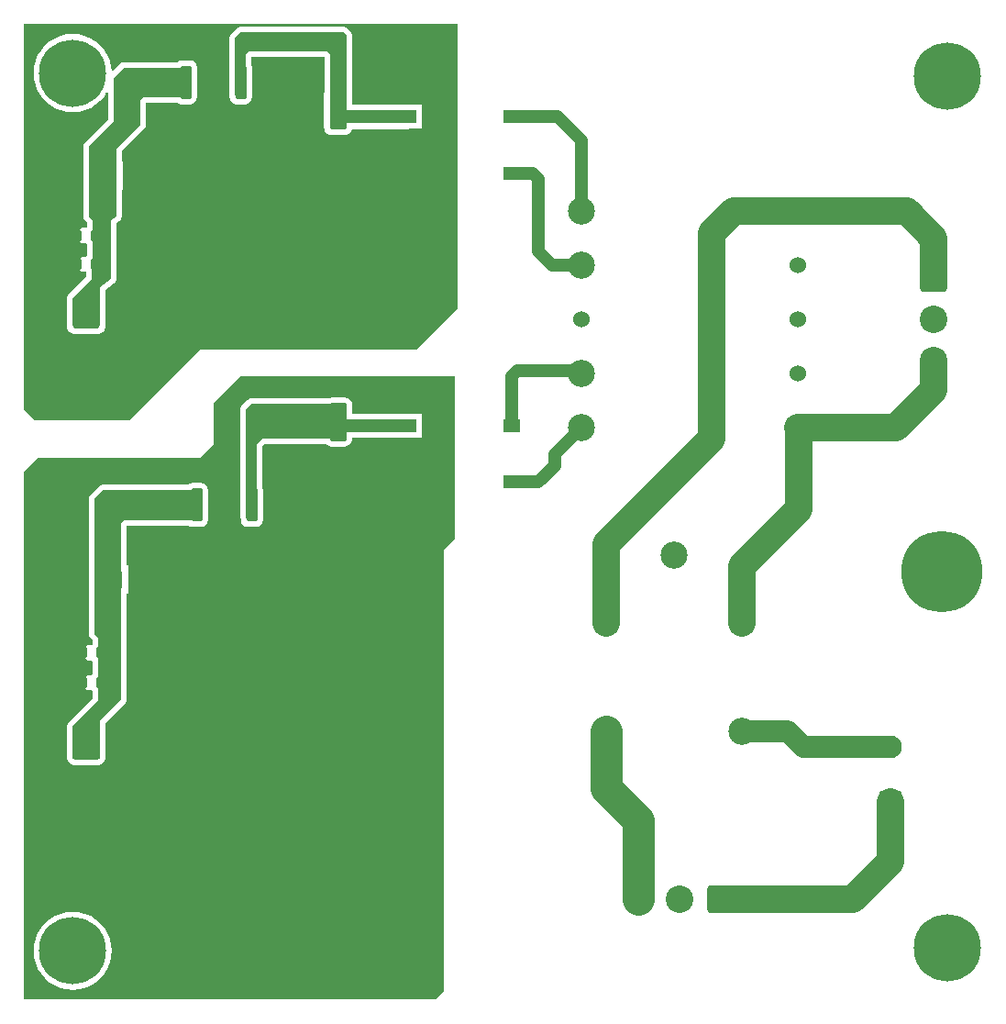
<source format=gtl>
%FSLAX23Y23*%
%MOMM*%
%SFA1B1*%

%IPPOS*%
%AMD10*
4,1,8,-0.508000,1.397000,-0.508000,-1.397000,-0.381000,-1.524000,0.381000,-1.524000,0.508000,-1.397000,0.508000,1.397000,0.381000,1.524000,-0.381000,1.524000,-0.508000,1.397000,0.0*
1,1,0.254000,-0.381000,1.397000*
1,1,0.254000,-0.381000,-1.397000*
1,1,0.254000,0.381000,-1.397000*
1,1,0.254000,0.381000,1.397000*
%
%AMD11*
4,1,8,-5.334000,3.141980,-5.334000,-3.141980,-4.284980,-4.191000,4.284980,-4.191000,5.334000,-3.141980,5.334000,3.141980,4.284980,4.191000,-4.284980,4.191000,-5.334000,3.141980,0.0*
1,1,2.096000,-4.284980,3.141980*
1,1,2.096000,-4.284980,-3.141980*
1,1,2.096000,4.284980,-3.141980*
1,1,2.096000,4.284980,3.141980*
%
%AMD12*
4,1,8,0.449580,-0.386080,0.449580,0.386080,0.337820,0.500380,-0.337820,0.500380,-0.449580,0.386080,-0.449580,-0.386080,-0.337820,-0.500380,0.337820,-0.500380,0.449580,-0.386080,0.0*
1,1,0.226000,0.337820,-0.386080*
1,1,0.226000,0.337820,0.386080*
1,1,0.226000,-0.337820,0.386080*
1,1,0.226000,-0.337820,-0.386080*
%
%AMD14*
4,1,8,-0.800100,1.549400,-0.800100,-1.549400,-0.599440,-1.750060,0.599440,-1.750060,0.800100,-1.549400,0.800100,1.549400,0.599440,1.750060,-0.599440,1.750060,-0.800100,1.549400,0.0*
1,1,0.400000,-0.599440,1.549400*
1,1,0.400000,-0.599440,-1.549400*
1,1,0.400000,0.599440,-1.549400*
1,1,0.400000,0.599440,1.549400*
%
%AMD22*
4,1,8,-0.952500,-1.270000,0.952500,-1.270000,1.270000,-0.952500,1.270000,0.952500,0.952500,1.270000,-0.952500,1.270000,-1.270000,0.952500,-1.270000,-0.952500,-0.952500,-1.270000,0.0*
1,1,0.636000,-0.952500,-0.952500*
1,1,0.636000,0.952500,-0.952500*
1,1,0.636000,0.952500,0.952500*
1,1,0.636000,-0.952500,0.952500*
%
%AMD23*
4,1,8,-1.270000,0.952500,-1.270000,-0.952500,-0.952500,-1.270000,0.952500,-1.270000,1.270000,-0.952500,1.270000,0.952500,0.952500,1.270000,-0.952500,1.270000,-1.270000,0.952500,0.0*
1,1,0.636000,-0.952500,0.952500*
1,1,0.636000,-0.952500,-0.952500*
1,1,0.636000,0.952500,-0.952500*
1,1,0.636000,0.952500,0.952500*
%
%AMD28*
4,1,8,-1.049020,0.787400,-1.049020,-0.787400,-0.787400,-1.049020,0.787400,-1.049020,1.049020,-0.787400,1.049020,0.787400,0.787400,1.049020,-0.787400,1.049020,-1.049020,0.787400,0.0*
1,1,0.526000,-0.787400,0.787400*
1,1,0.526000,-0.787400,-0.787400*
1,1,0.526000,0.787400,-0.787400*
1,1,0.526000,0.787400,0.787400*
%
G04~CAMADD=10~8~0.0~0.0~1200.0~400.0~50.0~0.0~15~0.0~0.0~0.0~0.0~0~0.0~0.0~0.0~0.0~0~0.0~0.0~0.0~90.0~400.0~1200.0*
%ADD10D10*%
G04~CAMADD=11~8~0.0~0.0~3300.0~4200.0~412.6~0.0~15~0.0~0.0~0.0~0.0~0~0.0~0.0~0.0~0.0~0~0.0~0.0~0.0~90.0~4200.0~3300.0*
%ADD11D11*%
G04~CAMADD=12~8~0.0~0.0~393.7~354.3~44.5~0.0~15~0.0~0.0~0.0~0.0~0~0.0~0.0~0.0~0.0~0~0.0~0.0~0.0~270.0~354.0~394.0*
%ADD12D12*%
%ADD13R,1.519997X1.199998*%
G04~CAMADD=14~8~0.0~0.0~1378.0~629.9~78.7~0.0~15~0.0~0.0~0.0~0.0~0~0.0~0.0~0.0~0.0~0~0.0~0.0~0.0~90.0~630.0~1378.0*
%ADD14D14*%
%ADD15R,2.599995X1.599997*%
%ADD16C,1.199998*%
%ADD17C,2.499995*%
%ADD18C,2.999994*%
%ADD19C,1.999996*%
%ADD20C,7.499985*%
%ADD21C,2.539995*%
G04~CAMADD=22~8~0.0~0.0~1000.0~1000.0~125.2~0.0~15~0.0~0.0~0.0~0.0~0~0.0~0.0~0.0~0.0~0~0.0~0.0~0.0~180.0~1000.0~1000.0*
%ADD22D22*%
G04~CAMADD=23~8~0.0~0.0~1000.0~1000.0~125.2~0.0~15~0.0~0.0~0.0~0.0~0~0.0~0.0~0.0~0.0~0~0.0~0.0~0.0~90.0~1000.0~1000.0*
%ADD23D23*%
%ADD24C,6.199988*%
%ADD25C,2.499995*%
%ADD26C,1.523997*%
%ADD27C,2.099996*%
G04~CAMADD=28~8~0.0~0.0~826.8~826.8~103.5~0.0~15~0.0~0.0~0.0~0.0~0~0.0~0.0~0.0~0.0~0~0.0~0.0~0.0~90.0~826.0~826.0*
%ADD28D28*%
%ADD29C,0.799998*%
%LNdigitalpsu-1*%
%LPD*%
G36*
X42499Y73749D02*
Y66249D01*
X40749Y64499*
X38749Y62499*
X18749*
X12499Y56249*
X12249Y55999*
X3499*
X2499Y56999*
Y92499*
X42499*
Y73749*
G37*
G36*
X42249Y44999D02*
X41249Y43999D01*
Y4749*
Y3249*
X40499Y2499*
X2499*
Y36249*
Y51249*
X3749Y52499*
X18749*
X19999Y53749*
Y57499*
X22499Y59999*
X42249*
Y44999*
G37*
%LNdigitalpsu-2*%
%LPC*%
G36*
X32099Y58055D02*
X30899D01*
X30716Y58031*
X30663Y58009*
X23499*
X23304Y57970*
X23139Y57859*
X22639Y57359*
X22528Y57194*
X22489Y56999*
Y46999*
X22519Y46851*
Y46754*
X22567Y46509*
X22706Y46301*
X22913Y46163*
X23158Y46114*
X23920*
X24165Y46163*
X24372Y46301*
X24511Y46509*
X24559Y46754*
Y49548*
X24511Y49792*
X24509Y49795*
Y53538*
X24710Y53739*
X30414*
X30546Y53638*
X30716Y53567*
X30899Y53543*
X32099*
X32282Y53567*
X32452Y53638*
X32598Y53750*
X32710Y53896*
X32781Y54066*
X32805Y54249*
Y54340*
X37999*
X38071Y54349*
X39259*
Y56549*
X38071*
X37999Y56558*
X32805*
Y57349*
X32781Y57532*
X32710Y57702*
X32598Y57848*
X32452Y57960*
X32282Y58031*
X32099Y58055*
G37*
G36*
X6999Y10610D02*
X6434Y10566D01*
X5883Y10433*
X5360Y10217*
X4876Y9920*
X4446Y9552*
X4078Y9122*
X3781Y8638*
X3565Y8115*
X3432Y7564*
X3388Y6999*
X3432Y6434*
X3565Y5883*
X3781Y5360*
X4078Y4876*
X4446Y4446*
X4876Y4078*
X5360Y3781*
X5883Y3565*
X6434Y3432*
X6999Y3388*
X7564Y3432*
X8115Y3565*
X8638Y3781*
X9122Y4078*
X9552Y4446*
X9920Y4876*
X10217Y5360*
X10433Y5883*
X10566Y6434*
X10610Y6999*
X10566Y7564*
X10433Y8115*
X10217Y8638*
X9920Y9122*
X9552Y9552*
X9122Y9920*
X8638Y10217*
X8115Y10433*
X7564Y10566*
X6999Y10610*
G37*
G36*
X18840Y50187D02*
X18078D01*
X17833Y50138*
X17640Y50009*
X9749*
X9586Y49976*
X9554Y49970*
X9389Y49859*
X8639Y49109*
X8528Y48944*
X8489Y48749*
Y41749*
Y41249*
Y36249*
X8528Y36054*
X8639Y35889*
X8839Y35688*
Y35341*
X8820Y35328*
X8734Y35199*
X8349*
X8149Y34999*
Y33999*
X8349Y33799*
X8734*
X8820Y33670*
X8839Y33657*
Y32591*
X8820Y32578*
X8734Y32449*
X8349*
X8149Y32249*
Y31249*
X8349Y31049*
X8734*
X8820Y30920*
X8839Y30907*
Y30310*
X6639Y28109*
X6528Y27944*
X6489Y27749*
Y26988*
X6472Y26857*
Y24951*
X6489Y24820*
Y24749*
X6528Y24554*
X6639Y24389*
X6804Y24278*
X6841Y24271*
X6884Y24237*
X7083Y24155*
X7297Y24127*
X9202*
X9415Y24155*
X9614Y24237*
X9657Y24271*
X9694Y24278*
X9859Y24389*
X9970Y24554*
X10009Y24749*
Y24820*
X10026Y24951*
Y26857*
X10009Y26988*
Y28038*
X11859Y29889*
X11970Y30054*
X12009Y30249*
Y39949*
X12099*
Y42549*
X12009*
Y46239*
X17719*
X17833Y46163*
X18078Y46114*
X18840*
X19085Y46163*
X19292Y46301*
X19431Y46509*
X19479Y46754*
Y49548*
X19431Y49792*
X19292Y50000*
X19085Y50138*
X18840Y50187*
G37*
G36*
X31999Y92259D02*
X22499D01*
X22304Y92220*
X22139Y92109*
X21639Y91609*
X21528Y91444*
X21489Y91249*
Y85749*
X21498Y85705*
X21497Y85661*
X21517Y85609*
X21528Y85554*
X21553Y85517*
X21569Y85475*
X21607Y85435*
X21639Y85389*
X21655Y85377*
X21706Y85301*
X21913Y85163*
X22158Y85114*
X22920*
X23165Y85163*
X23372Y85301*
X23511Y85509*
X23559Y85754*
Y88548*
X23511Y88792*
X23509Y88795*
Y89489*
X30239*
Y86335*
X30217Y86282*
X30193Y86099*
Y82999*
X30217Y82816*
X30288Y82646*
X30400Y82500*
X30546Y82388*
X30716Y82317*
X30899Y82293*
X32099*
X32282Y82317*
X32452Y82388*
X32598Y82500*
X32710Y82646*
X32781Y82816*
X32784Y82840*
X37999*
X38071Y82849*
X39259*
Y85049*
X38071*
X37999Y85058*
X32805*
Y86099*
X32781Y86282*
X32759Y86335*
Y91499*
X32720Y91694*
X32609Y91859*
X32359Y92109*
X32194Y92220*
X31999Y92259*
G37*
G36*
X6999Y91610D02*
X6434Y91566D01*
X5883Y91433*
X5360Y91217*
X4876Y90920*
X4446Y90552*
X4078Y90122*
X3781Y89638*
X3565Y89115*
X3432Y88564*
X3388Y87999*
X3432Y87434*
X3565Y86883*
X3781Y86360*
X4078Y85876*
X4446Y85446*
X4876Y85078*
X5360Y84781*
X5883Y84565*
X6434Y84432*
X6999Y84388*
X7564Y84432*
X8115Y84565*
X8638Y84781*
X9122Y85078*
X9552Y85446*
X9920Y85876*
X10143Y86240*
X10239Y86212*
Y83710*
X8139Y81609*
X8028Y81444*
X7989Y81249*
Y78249*
Y77749*
Y74749*
X8028Y74554*
X8139Y74389*
X8339Y74188*
Y73841*
X8320Y73828*
X8234Y73699*
X7849*
X7649Y73499*
Y72499*
X7849Y72299*
X8234*
X8320Y72170*
X8339Y72157*
Y71191*
X8320Y71178*
X8234Y71049*
X7849*
X7649Y70849*
Y69849*
X7849Y69649*
X8234*
X8239Y69641*
Y69210*
X6639Y67609*
X6528Y67444*
X6489Y67249*
Y66738*
X6472Y66606*
Y64701*
X6500Y64488*
X6582Y64289*
X6713Y64118*
X6884Y63987*
X7083Y63905*
X7297Y63877*
X9202*
X9415Y63905*
X9614Y63987*
X9785Y64118*
X9916Y64289*
X9998Y64488*
X10026Y64701*
Y66606*
X10009Y66738*
Y67994*
X10805Y68591*
X10829Y68618*
X10859Y68639*
X10895Y68692*
X10938Y68739*
X10950Y68774*
X10970Y68804*
X10982Y68867*
X11004Y68927*
X11002Y68963*
X11009Y68999*
Y74134*
X11291Y74331*
X11322Y74364*
X11359Y74389*
X11390Y74435*
X11429Y74475*
X11445Y74517*
X11470Y74554*
X11481Y74609*
X11501Y74660*
X11500Y74705*
X11509Y74749*
Y77199*
X11599*
Y79799*
X11509*
Y80788*
X13609Y82889*
X13720Y83054*
X13759Y83249*
Y85239*
X16719*
X16833Y85163*
X17078Y85114*
X17840*
X18085Y85163*
X18292Y85301*
X18431Y85509*
X18479Y85754*
Y88548*
X18431Y88792*
X18292Y89000*
X18085Y89138*
X17840Y89187*
X17078*
X16833Y89138*
X16640Y89009*
X11749*
X11554Y88970*
X11389Y88859*
X10689Y88160*
X10595Y88194*
X10566Y88564*
X10433Y89115*
X10217Y89638*
X9920Y90122*
X9552Y90552*
X9122Y90920*
X8638Y91217*
X8115Y91433*
X7564Y91566*
X6999Y91610*
G37*
%LNdigitalpsu-3*%
%LPD*%
G36*
X32249Y91499D02*
Y83249D01*
X31999Y82999*
X30749*
Y89749*
X30499Y89999*
X23249*
X22999Y89749*
Y87999*
X22499*
X21999Y85749*
Y91249*
X22499Y91749*
X31999*
X32249Y91499*
G37*
G36*
X17499Y85749D02*
X13499D01*
X13249Y85499*
Y83249*
X10999Y80999*
Y77749*
Y74749*
X10499Y74399*
Y68999*
X9499Y68249*
Y64749*
X9249Y64499*
X7249*
X6999Y64749*
Y67249*
X8749Y68999*
Y70249*
X8849Y70349*
Y74399*
X8499Y74749*
Y77749*
Y81249*
X10749Y83499*
Y87499*
X11749Y88499*
X17249*
X17499Y85749*
G37*
G36*
X31999Y54499D02*
X31749Y54249D01*
X24499*
X23999Y53749*
Y46749*
X23249*
X22999Y46999*
Y56999*
X23499Y57499*
X31999*
Y54499*
G37*
G36*
X18749Y46749D02*
X11749D01*
X11499Y46499*
Y41749*
Y30249*
X9499Y28249*
Y24749*
X6999*
Y27749*
X9349Y30099*
Y35899*
X8999Y36249*
Y41249*
Y48749*
X9749Y49499*
X18749*
Y46749*
G37*
G54D10*
X23539Y48151D03*
X18459D03*
X22539Y87150D03*
X17459D03*
G54D11*
X20999Y36847D03*
X19999Y75848D03*
G54D12*
X9099Y70349D03*
X7399D03*
X9099Y72999D03*
X7399D03*
X9599Y31749D03*
X7899D03*
X9599Y34499D03*
X7899D03*
G54D13*
X47499Y55449D03*
X37999D03*
X47499Y50249D03*
X37999D03*
Y78749D03*
X47499D03*
X37999Y83949D03*
X47499D03*
G54D14*
X31499Y55799D03*
Y50199D03*
Y84549D03*
Y78949D03*
G54D15*
X9799Y78499D03*
X6199D03*
X10299Y41249D03*
X6699D03*
G54D16*
X51499Y52799D02*
X53949Y55249D01*
X51499Y51749D02*
Y52799D01*
X49999Y50249D02*
X51499Y51749D01*
X47499Y50249D02*
X49999D01*
X31499Y55449D02*
X37999D01*
X31499Y50249D02*
X37999D01*
X53699Y60499D02*
X53949Y60249D01*
X47999Y60499D02*
X53699D01*
X47499Y59999D02*
X47999Y60499D01*
X47499Y55449D02*
Y59999D01*
X51249Y70249D02*
X53949D01*
X49999Y71499D02*
X51249Y70249D01*
X49999Y71499D02*
Y78249D01*
X49499Y78749D02*
X49999Y78249D01*
X47499Y78749D02*
X49499D01*
X53949Y75249D02*
Y81799D01*
X51799Y83949D02*
X53949Y81799D01*
X47499Y83949D02*
X51799D01*
X31749D02*
X37999D01*
X31749Y78749D02*
X37999D01*
G54D17*
X65999Y73249D02*
X67999Y75249D01*
X83999D02*
X86499Y72749D01*
X67999Y75249D02*
X83999D01*
X73999Y47749D02*
Y55249D01*
X73949D02*
X73999D01*
X82999*
X68749Y42499D02*
X73999Y47749D01*
X56249Y37249D02*
Y44499D01*
X65999Y54249*
Y73249*
X86499Y69059D02*
Y72749D01*
X68749Y37249D02*
Y42499D01*
X82999Y55249D02*
X86499Y58749D01*
Y61439*
X66809Y11749D02*
X78999D01*
X82499Y15249*
Y20709*
G54D18*
X59189Y11749D02*
Y19059D01*
X56249Y21999D02*
X59189Y19059D01*
X56249Y21999D02*
Y27249D01*
G54D19*
X74459Y25789D02*
X82499D01*
X72999Y27249D02*
X74459Y25789D01*
X68749Y27249D02*
X72999D01*
G54D20*
X87249Y41999D03*
G54D21*
X86499Y61439D03*
Y65249D03*
X59189Y11749D03*
X62999D03*
X8249Y61844D03*
Y22094D03*
G54D22*
X86499Y69059D03*
X8249Y65654D03*
Y25904D03*
G54D23*
X66809Y11749D03*
G54D24*
X6999Y87999D03*
Y6999D03*
X87749Y87749D03*
Y7249D03*
G54D25*
X73949Y75249D03*
Y55249D03*
X53949D03*
Y60249D03*
Y70249D03*
Y75249D03*
X68749Y37249D03*
X56249D03*
X68749Y27249D03*
X56249D03*
X62499Y43499D03*
G54D26*
X73949Y70249D03*
Y65249D03*
Y60249D03*
X53949Y65249D03*
G54D27*
X82499Y25789D03*
G54D28*
X82499Y20709D03*
G54D29*
X17499Y35499D03*
X18749D03*
X19999D03*
X23749D03*
X22499D03*
X21249D03*
X17499Y37499D03*
X18749D03*
X19999D03*
X23749D03*
X22499D03*
X21249D03*
X17499Y39499D03*
X18749D03*
X19999D03*
X23749D03*
X22499D03*
X21249D03*
X16499Y74249D03*
X17749D03*
X18999D03*
X22749D03*
X21499D03*
X20249D03*
X16499Y76249D03*
X17749D03*
X18999D03*
X22749D03*
X21499D03*
X20249D03*
Y78249D03*
X21499D03*
X22749D03*
X18999D03*
X17749D03*
X16499D03*
M02*
</source>
